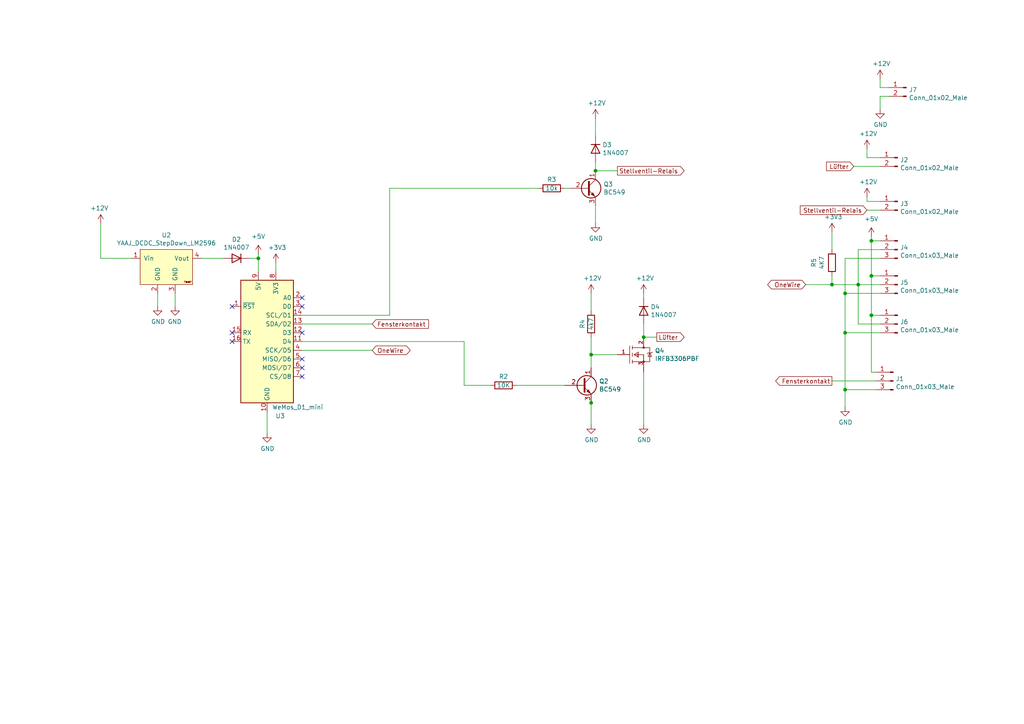
<source format=kicad_sch>
(kicad_sch (version 20230121) (generator eeschema)
  (paper "A4")
  (title_block (title "ESP8266 Thermostat") (date "2023-03-08") (rev "1.0") (comment 1 "Heizkörperthermostat für Smart Home"))
  (lib_symbols
    (symbol "Connector:Conn_01x02_Male" (pin_names (offset 1.016) hide)
      (property "Reference" "J" (at 0 2.54 0))
      (property "Value" "Conn_01x02_Male" (at 0 -5.08 0))
      (symbol "Conn_01x02_Male_1_1"
        (polyline (pts (xy 1.27 -2.54) (xy 0.8636 -2.54)) (stroke (width 0.1524)))
        (polyline (pts (xy 1.27 0) (xy 0.8636 0)) (stroke (width 0.1524)))
        (rectangle (start 0.8636 -2.413) (end 0 -2.667) (stroke (width 0.1524)) (fill (type outline)))
        (rectangle (start 0.8636 0.127) (end 0 -0.127) (stroke (width 0.1524)) (fill (type outline)))
        (pin passive line (at 5.08 0 180) (length 3.81) (name "Pin_1") (number "1"))
        (pin passive line (at 5.08 -2.54 180) (length 3.81) (name "Pin_2") (number "2"))
      )
    )
    (symbol "Connector:Conn_01x03_Male" (pin_names (offset 1.016) hide)
      (property "Reference" "J" (at 0 5.08 0))
      (property "Value" "Conn_01x03_Male" (at 0 -5.08 0))
      (symbol "Conn_01x03_Male_1_1"
        (polyline (pts (xy 1.27 -2.54) (xy 0.8636 -2.54)) (stroke (width 0.1524)))
        (polyline (pts (xy 1.27 0) (xy 0.8636 0)) (stroke (width 0.1524)))
        (polyline (pts (xy 1.27 2.54) (xy 0.8636 2.54)) (stroke (width 0.1524)))
        (rectangle (start 0.8636 -2.413) (end 0 -2.667) (stroke (width 0.1524)) (fill (type outline)))
        (rectangle (start 0.8636 0.127) (end 0 -0.127) (stroke (width 0.1524)) (fill (type outline)))
        (rectangle (start 0.8636 2.667) (end 0 2.413) (stroke (width 0.1524)) (fill (type outline)))
        (pin passive line (at 5.08 2.54 180) (length 3.81) (name "Pin_1") (number "1"))
        (pin passive line (at 5.08 0 180) (length 3.81) (name "Pin_2") (number "2"))
        (pin passive line (at 5.08 -2.54 180) (length 3.81) (name "Pin_3") (number "3"))
      )
    )
    (symbol "DCDC:YAAJ_DCDC_StepDown_LM2596" (pin_names (offset 1.016))
      (property "Reference" "U" (at -5.08 6.35 0))
      (property "Value" "YAAJ_DCDC_StepDown_LM2596" (at 0 11.43 0))
      (symbol "YAAJ_DCDC_StepDown_LM2596_0_1"
        (rectangle (start -7.62 5.08) (end 7.62 -5.08) (fill (type background)))
      )
      (symbol "YAAJ_DCDC_StepDown_LM2596_1_1"
        (text "Y@@V" (at 6.1976 -4.2672 0) (effects (font (size 0.508 0.508))))
        (pin power_in line (at -10.16 2.54 0) (length 2.54) (name "Vin") (number "1"))
        (pin power_in line (at -2.54 -7.62 90) (length 2.54) (name "GND") (number "2"))
        (pin power_in line (at 2.54 -7.62 90) (length 2.54) (name "GND") (number "3"))
        (pin power_out line (at 10.16 2.54 180) (length 2.54) (name "Vout") (number "4"))
      )
    )
    (symbol "Device:R" (pin_numbers hide) (pin_names (offset 0))
      (property "Reference" "R" (at 2.032 0 90))
      (property "Value" "R" (at 0 0 90))
      (symbol "R_0_1"
        (rectangle (start -1.016 -2.54) (end 1.016 2.54) (stroke (width 0.254)))
      )
      (symbol "R_1_1"
        (pin passive line (at 0 3.81 270) (length 1.27) (name "~") (number "1"))
        (pin passive line (at 0 -3.81 90) (length 1.27) (name "~") (number "2"))
      )
    )
    (symbol "Diode:1N4007" (pin_numbers hide) (pin_names (offset 1.016) hide)
      (property "Reference" "D" (at 0 2.54 0))
      (property "Value" "1N4007" (at 0 -2.54 0))
      (symbol "1N4007_0_1"
        (polyline (pts (xy -1.27 1.27) (xy -1.27 -1.27)) (stroke (width 0.254)))
        (polyline (pts (xy 1.27 0) (xy -1.27 0)))
        (polyline (pts (xy 1.27 1.27) (xy 1.27 -1.27) (xy -1.27 0) (xy 1.27 1.27)) (stroke (width 0.254)))
      )
      (symbol "1N4007_1_1"
        (pin passive line (at -3.81 0 0) (length 2.54) (name "K") (number "1"))
        (pin passive line (at 3.81 0 180) (length 2.54) (name "A") (number "2"))
      )
    )
    (symbol "MCU_Module:WeMos_D1_mini"
      (property "Reference" "U" (at 3.81 19.05 0))
      (property "Value" "WeMos_D1_mini" (at 1.27 -19.05 0))
      (symbol "WeMos_D1_mini_1_1"
        (rectangle (start -7.62 17.78) (end 7.62 -17.78) (stroke (width 0.254)) (fill (type background)))
        (pin input line (at -10.16 10.16 0) (length 2.54) (name "~{RST}") (number "1"))
        (pin power_in line (at 0 -20.32 90) (length 2.54) (name "GND") (number "10"))
        (pin bidirectional line (at 10.16 0 180) (length 2.54) (name "D4") (number "11"))
        (pin bidirectional line (at 10.16 2.54 180) (length 2.54) (name "D3") (number "12"))
        (pin bidirectional line (at 10.16 5.08 180) (length 2.54) (name "SDA/D2") (number "13"))
        (pin bidirectional line (at 10.16 7.62 180) (length 2.54) (name "SCL/D1") (number "14"))
        (pin input line (at -10.16 2.54 0) (length 2.54) (name "RX") (number "15"))
        (pin output line (at -10.16 0 0) (length 2.54) (name "TX") (number "16"))
        (pin input line (at 10.16 12.7 180) (length 2.54) (name "A0") (number "2"))
        (pin bidirectional line (at 10.16 10.16 180) (length 2.54) (name "D0") (number "3"))
        (pin bidirectional line (at 10.16 -2.54 180) (length 2.54) (name "SCK/D5") (number "4"))
        (pin bidirectional line (at 10.16 -5.08 180) (length 2.54) (name "MISO/D6") (number "5"))
        (pin bidirectional line (at 10.16 -7.62 180) (length 2.54) (name "MOSI/D7") (number "6"))
        (pin bidirectional line (at 10.16 -10.16 180) (length 2.54) (name "CS/D8") (number "7"))
        (pin power_out line (at 2.54 20.32 270) (length 2.54) (name "3V3") (number "8"))
        (pin power_in line (at -2.54 20.32 270) (length 2.54) (name "5V") (number "9"))
      )
    )
    (symbol "Transistor_BJT:BC549" (pin_names (offset 0) hide)
      (property "Reference" "Q" (at 5.08 1.905 0))
      (property "Value" "BC549" (at 5.08 0 0))
      (symbol "BC549_0_1"
        (polyline (pts (xy 0 0) (xy 0.635 0)))
        (polyline (pts (xy 0.635 0.635) (xy 2.54 2.54)))
        (polyline (pts (xy 0.635 -0.635) (xy 2.54 -2.54) (xy 2.54 -2.54)))
        (polyline (pts (xy 0.635 1.905) (xy 0.635 -1.905) (xy 0.635 -1.905)) (stroke (width 0.508)))
        (polyline (pts (xy 1.27 -1.778) (xy 1.778 -1.27) (xy 2.286 -2.286) (xy 1.27 -1.778) (xy 1.27 -1.778)) (fill (type outline)))
        (circle (center 1.27 0) (radius 2.8194) (stroke (width 0.254)))
      )
      (symbol "BC549_1_1"
        (pin passive line (at 2.54 5.08 270) (length 2.54) (name "C") (number "1"))
        (pin input line (at -5.08 0 0) (length 5.08) (name "B") (number "2"))
        (pin passive line (at 2.54 -5.08 90) (length 2.54) (name "E") (number "3"))
      )
    )
    (symbol "eec:IRFB3306PBF" (pin_names (offset 1.016))
      (property "Reference" "Q" (at 0 7.62 0))
      (property "Value" "eec_IRFB3306PBF" (at 0 10.16 0))
      (symbol "IRFB3306PBF_1_1"
        (polyline (pts (xy 6.096 -2.54) (xy 6.096 2.54)))
        (polyline (pts (xy 6.858 -2.032) (xy 10.16 -2.032)))
        (polyline (pts (xy 6.858 -1.524) (xy 6.858 -2.54)))
        (polyline (pts (xy 6.858 0.508) (xy 6.858 -0.508)))
        (polyline (pts (xy 6.858 1.524) (xy 6.858 2.54)))
        (polyline (pts (xy 6.858 2.032) (xy 10.16 2.032)))
        (polyline (pts (xy 7.366 0) (xy 8.636 -0.762)))
        (polyline (pts (xy 7.366 0) (xy 8.636 0.762)))
        (polyline (pts (xy 7.62 0) (xy 10.16 0)))
        (polyline (pts (xy 8.382 0.254) (xy 8.382 -0.508)))
        (polyline (pts (xy 8.636 0.762) (xy 8.636 -0.762)))
        (polyline (pts (xy 10.16 -2.032) (xy 11.938 -2.032)))
        (polyline (pts (xy 11.43 -0.508) (xy 12.446 -0.508)))
        (polyline (pts (xy 11.43 0.508) (xy 11.176 0.254)))
        (polyline (pts (xy 11.938 -2.032) (xy 11.938 2.032)))
        (polyline (pts (xy 11.938 0.508) (xy 11.43 -0.508)))
        (polyline (pts (xy 11.938 0.508) (xy 11.43 0.508)))
        (polyline (pts (xy 11.938 0.508) (xy 12.446 0.508)))
        (polyline (pts (xy 11.938 2.032) (xy 10.16 2.032)))
        (polyline (pts (xy 12.446 -0.508) (xy 11.938 0.508)))
        (polyline (pts (xy 12.446 0.508) (xy 12.7 0.762)))
        (circle (center 10.16 -2.032) (radius 0.254))
        (circle (center 10.16 2.032) (radius 0.254))
        (pin passive line (at 2.54 0 0) (length 3.556) (name "G") (number "1"))
        (pin passive line (at 10.16 5.08 270) (length 3.048) (name "D") (number "2"))
        (pin passive line (at 10.16 -5.08 90) (length 5.08) (name "S") (number "3"))
      )
    )
    (symbol "power:+12V" (power) (pin_names (offset 0))
      (property "Value" "+12V" (at 0 3.556 0))
      (symbol "+12V_0_1"
        (polyline (pts (xy -0.762 1.27) (xy 0 2.54)))
        (polyline (pts (xy 0 0) (xy 0 2.54)))
        (polyline (pts (xy 0 2.54) (xy 0.762 1.27)))
      )
      (symbol "+12V_1_1"
        (pin power_in line (at 0 0 90) (length 0) hide (name "+12V") (number "1"))
      )
    )
    (symbol "power:+3V3" (power) (pin_names (offset 0))
      (property "Value" "+3V3" (at 0 3.556 0))
      (symbol "+3V3_0_1"
        (polyline (pts (xy -0.762 1.27) (xy 0 2.54)))
        (polyline (pts (xy 0 0) (xy 0 2.54)))
        (polyline (pts (xy 0 2.54) (xy 0.762 1.27)))
      )
      (symbol "+3V3_1_1"
        (pin power_in line (at 0 0 90) (length 0) hide (name "+3V3") (number "1"))
      )
    )
    (symbol "power:+5V" (power) (pin_names (offset 0))
      (property "Value" "+5V" (at 0 3.556 0))
      (symbol "+5V_0_1"
        (polyline (pts (xy -0.762 1.27) (xy 0 2.54)))
        (polyline (pts (xy 0 0) (xy 0 2.54)))
        (polyline (pts (xy 0 2.54) (xy 0.762 1.27)))
      )
      (symbol "+5V_1_1"
        (pin power_in line (at 0 0 90) (length 0) hide (name "+5V") (number "1"))
      )
    )
    (symbol "power:GND" (power) (pin_names (offset 0))
      (property "Value" "GND" (at 0 -3.81 0))
      (symbol "GND_0_1"
        (polyline (pts (xy 0 0) (xy 0 -1.27) (xy 1.27 -1.27) (xy 0 -2.54) (xy -1.27 -1.27) (xy 0 -1.27)))
      )
      (symbol "GND_1_1"
        (pin power_in line (at 0 0 270) (length 0) hide (name "GND") (number "1"))
      )
    )
  )
  (junction (at 171.45 116.84))
  (junction (at 245.11 113.03))
  (junction (at 186.69 97.79))
  (junction (at 172.72 49.53))
  (junction (at 252.73 91.44))
  (junction (at 241.3 82.55))
  (junction (at 252.73 69.85))
  (junction (at 252.73 80.01))
  (junction (at 74.93 74.93))
  (junction (at 248.92 82.55))
  (junction (at 171.45 102.87))
  (junction (at 245.11 85.09))
  (junction (at 245.11 96.52))
  (no_connect (at 67.31 96.52))
  (no_connect (at 87.63 86.36))
  (no_connect (at 87.63 88.9))
  (no_connect (at 87.63 104.14))
  (no_connect (at 87.63 96.52))
  (no_connect (at 67.31 88.9))
  (no_connect (at 67.31 99.06))
  (no_connect (at 87.63 106.68))
  (no_connect (at 87.63 109.22))
  (wire (pts (xy 255.27 82.55) (xy 248.92 82.55)))
  (wire (pts (xy 113.03 54.61) (xy 156.21 54.61)))
  (wire (pts (xy 72.39 74.93) (xy 74.93 74.93)))
  (wire (pts (xy 113.03 91.44) (xy 113.03 54.61)))
  (wire (pts (xy 74.93 73.66) (xy 74.93 74.93)))
  (wire (pts (xy 255.27 25.4) (xy 255.27 22.86)))
  (wire (pts (xy 172.72 34.29) (xy 172.72 39.37)))
  (wire (pts (xy 252.73 107.95) (xy 252.73 91.44)))
  (wire (pts (xy 255.27 80.01) (xy 252.73 80.01)))
  (wire (pts (xy 248.92 93.98) (xy 255.27 93.98)))
  (wire (pts (xy 241.3 67.31) (xy 241.3 72.39)))
  (wire (pts (xy 251.46 58.42) (xy 251.46 57.15)))
  (wire (pts (xy 251.46 45.72) (xy 255.27 45.72)))
  (wire (pts (xy 50.8 85.09) (xy 50.8 88.9)))
  (wire (pts (xy 252.73 69.85) (xy 252.73 80.01)))
  (wire (pts (xy 87.63 91.44) (xy 113.03 91.44)))
  (wire (pts (xy 255.27 27.94) (xy 255.27 31.75)))
  (wire (pts (xy 255.27 72.39) (xy 248.92 72.39)))
  (wire (pts (xy 254 113.03) (xy 245.11 113.03)))
  (wire (pts (xy 255.27 85.09) (xy 245.11 85.09)))
  (wire (pts (xy 245.11 113.03) (xy 245.11 118.11)))
  (wire (pts (xy 245.11 96.52) (xy 245.11 113.03)))
  (wire (pts (xy 245.11 74.93) (xy 245.11 85.09)))
  (wire (pts (xy 74.93 74.93) (xy 74.93 78.74)))
  (wire (pts (xy 255.27 91.44) (xy 252.73 91.44)))
  (wire (pts (xy 241.3 82.55) (xy 248.92 82.55)))
  (wire (pts (xy 257.81 27.94) (xy 255.27 27.94)))
  (wire (pts (xy 171.45 102.87) (xy 171.45 106.68)))
  (wire (pts (xy 29.21 74.93) (xy 29.21 64.77)))
  (wire (pts (xy 179.07 49.53) (xy 172.72 49.53)))
  (wire (pts (xy 241.3 80.01) (xy 241.3 82.55)))
  (wire (pts (xy 149.86 111.76) (xy 163.83 111.76)))
  (wire (pts (xy 163.83 54.61) (xy 165.1 54.61)))
  (wire (pts (xy 134.62 99.06) (xy 134.62 111.76)))
  (wire (pts (xy 255.27 58.42) (xy 251.46 58.42)))
  (wire (pts (xy 58.42 74.93) (xy 64.77 74.93)))
  (wire (pts (xy 172.72 46.99) (xy 172.72 49.53)))
  (wire (pts (xy 255.27 74.93) (xy 245.11 74.93)))
  (wire (pts (xy 77.47 119.38) (xy 77.47 125.73)))
  (wire (pts (xy 248.92 72.39) (xy 248.92 82.55)))
  (wire (pts (xy 245.11 85.09) (xy 245.11 96.52)))
  (wire (pts (xy 254 107.95) (xy 252.73 107.95)))
  (wire (pts (xy 252.73 69.85) (xy 255.27 69.85)))
  (wire (pts (xy 171.45 97.79) (xy 171.45 102.87)))
  (wire (pts (xy 171.45 116.84) (xy 171.45 123.19)))
  (wire (pts (xy 186.69 93.98) (xy 186.69 97.79)))
  (wire (pts (xy 248.92 82.55) (xy 248.92 93.98)))
  (wire (pts (xy 80.01 78.74) (xy 80.01 76.2)))
  (wire (pts (xy 38.1 74.93) (xy 29.21 74.93)))
  (wire (pts (xy 87.63 93.98) (xy 107.95 93.98)))
  (wire (pts (xy 251.46 43.18) (xy 251.46 45.72)))
  (wire (pts (xy 247.65 48.26) (xy 255.27 48.26)))
  (wire (pts (xy 252.73 68.58) (xy 252.73 69.85)))
  (wire (pts (xy 241.3 110.49) (xy 254 110.49)))
  (wire (pts (xy 255.27 60.96) (xy 251.46 60.96)))
  (wire (pts (xy 255.27 96.52) (xy 245.11 96.52)))
  (wire (pts (xy 186.69 85.09) (xy 186.69 86.36)))
  (wire (pts (xy 172.72 59.69) (xy 172.72 64.77)))
  (wire (pts (xy 186.69 107.95) (xy 186.69 123.19)))
  (wire (pts (xy 87.63 99.06) (xy 134.62 99.06)))
  (wire (pts (xy 171.45 115.57) (xy 171.45 116.84)))
  (wire (pts (xy 45.72 88.9) (xy 45.72 85.09)))
  (wire (pts (xy 171.45 90.17) (xy 171.45 85.09)))
  (wire (pts (xy 134.62 111.76) (xy 142.24 111.76)))
  (wire (pts (xy 252.73 91.44) (xy 252.73 80.01)))
  (wire (pts (xy 257.81 25.4) (xy 255.27 25.4)))
  (wire (pts (xy 233.68 82.55) (xy 241.3 82.55)))
  (wire (pts (xy 179.07 102.87) (xy 171.45 102.87)))
  (wire (pts (xy 87.63 101.6) (xy 107.95 101.6)))
  (wire (pts (xy 190.5 97.79) (xy 186.69 97.79)))
  (global_label "Stellventil-Relais" (shape input) (at 251.46 60.96 180) (property "Intersheetrefs" "${INTERSHEET_REFS}" (effects hide)) (property "Referenzen zwischen Schaltplänen" "${INTERSHEET_REFS}" (effects hide)))
  (global_label "Lüfter" (shape output) (at 190.5 97.79 0) (property "Intersheetrefs" "${INTERSHEET_REFS}" (effects hide)) (property "Referenzen zwischen Schaltplänen" "${INTERSHEET_REFS}" (effects hide)))
  (global_label "OneWire" (shape bidirectional) (at 233.68 82.55 180) (property "Intersheetrefs" "${INTERSHEET_REFS}" (effects hide)) (property "Referenzen zwischen Schaltplänen" "${INTERSHEET_REFS}" (effects hide)))
  (global_label "OneWire" (shape bidirectional) (at 107.95 101.6 0) (property "Intersheetrefs" "${INTERSHEET_REFS}" (effects hide)) (property "Referenzen zwischen Schaltplänen" "${INTERSHEET_REFS}" (effects hide)))
  (global_label "Stellventil-Relais" (shape output) (at 179.07 49.53 0) (property "Intersheetrefs" "${INTERSHEET_REFS}" (effects hide)) (property "Referenzen zwischen Schaltplänen" "${INTERSHEET_REFS}" (effects hide)))
  (global_label "Fensterkontakt" (shape input) (at 107.95 93.98 0) (property "Intersheetrefs" "${INTERSHEET_REFS}" (effects hide)) (property "Referenzen zwischen Schaltplänen" "${INTERSHEET_REFS}" (effects hide)))
  (global_label "Lüfter" (shape input) (at 247.65 48.26 180) (property "Intersheetrefs" "${INTERSHEET_REFS}" (effects hide)) (property "Referenzen zwischen Schaltplänen" "${INTERSHEET_REFS}" (effects hide)))
  (global_label "Fensterkontakt" (shape output) (at 241.3 110.49 180) (property "Intersheetrefs" "${INTERSHEET_REFS}" (effects hide)) (property "Referenzen zwischen Schaltplänen" "${INTERSHEET_REFS}" (effects hide)))
  (symbol (lib_id "Transistor_BJT:BC549") (at 170.18 54.61 0) (unit 1)
    (property "Reference" "Q3" (at 175.0314 53.4416 0) (effects (justify left)))
    (property "Value" "BC549" (at 175.0314 55.753 0) (effects (justify left)))
    (property "Footprint" "Package_TO_SOT_THT:TO-92_Inline" (effects hide))
    (property "Datasheet" "http://www.fairchildsemi.com/ds/BC/BC547.pdf" (effects hide))
  )
  (symbol (lib_id "Transistor_BJT:BC549") (at 168.91 111.76 0) (unit 1)
    (property "Reference" "Q2" (at 173.7614 110.5916 0) (effects (justify left)))
    (property "Value" "BC549" (at 173.7614 112.903 0) (effects (justify left)))
    (property "Footprint" "Package_TO_SOT_THT:TO-92_Inline" (effects hide))
    (property "Datasheet" "http://www.fairchildsemi.com/ds/BC/BC547.pdf" (effects hide))
  )
  (symbol (lib_id "MCU_Module:WeMos_D1_mini") (at 77.47 99.06 0) (unit 1)
    (property "Reference" "U3" (at 81.28 120.65 0))
    (property "Value" "WeMos_D1_mini" (at 86.36 118.11 0))
    (property "Footprint" "Module:WEMOS_D1_mini_light" (effects hide))
    (property "Datasheet" "https://wiki.wemos.cc/products:d1:d1_mini#documentation" (effects hide))
  )
  (symbol (lib_id "Diode:1N4007") (at 172.72 43.18 270) (unit 1)
    (property "Reference" "D3" (at 174.7266 42.0116 90) (effects (justify left)))
    (property "Value" "1N4007" (at 174.7266 44.323 90) (effects (justify left)))
    (property "Footprint" "Diode_THT:D_DO-41_SOD81_P10.16mm_Horizontal" (effects hide))
    (property "Datasheet" "http://www.vishay.com/docs/88503/1n4001.pdf" (effects hide))
  )
  (symbol (lib_id "Diode:1N4007") (at 186.69 90.17 270) (unit 1)
    (property "Reference" "D4" (at 188.6966 89.0016 90) (effects (justify left)))
    (property "Value" "1N4007" (at 188.6966 91.313 90) (effects (justify left)))
    (property "Footprint" "Diode_THT:D_DO-41_SOD81_P10.16mm_Horizontal" (effects hide))
    (property "Datasheet" "http://www.vishay.com/docs/88503/1n4001.pdf" (effects hide))
  )
  (symbol (lib_id "Device:R") (at 146.05 111.76 270) (unit 1)
    (property "Reference" "R2" (at 146.05 109.22 90))
    (property "Value" "10K" (at 146.05 111.76 90))
    (property "Footprint" "Resistor_THT:R_Axial_DIN0207_L6.3mm_D2.5mm_P10.16mm_Horizontal" (effects hide))
  )
  (symbol (lib_id "eec:IRFB3306PBF") (at 176.53 102.87 0) (unit 1)
    (property "Reference" "Q4" (at 189.9412 101.7016 0) (effects (justify left)))
    (property "Value" "IRFB3306PBF" (at 189.9412 104.013 0) (effects (justify left)))
    (property "Footprint" "Transistor_IRF:Infineon_Technologies-PG-TO220-3-02_2008-904-MFG" (effects hide))
    (property "Datasheet" "https://www.infineon.com/dgdl/irfs3306pbf.pdf?fileId=5546d462533600a40153563682652165" (effects hide))
    (property "automotive" "No" (effects hide))
    (property "category" "Trans" (effects hide))
    (property "continuous drain current" "120A" (effects hide))
    (property "depletion mode" "False" (effects hide))
    (property "device class L1" "Discrete Semiconductors" (effects hide))
    (property "device class L2" "Transistors" (effects hide))
    (property "device class L3" "MOSFETs" (effects hide))
    (property "digikey description" "MOSFET N-CH 60V 120A TO-220AB" (effects hide))
    (property "digikey part number" "IRFB3306PBF-ND" (effects hide))
    (property "drain to source breakdown voltage" "60V" (effects hide))
    (property "drain to source resistance" "3.3mΩ" (effects hide))
    (property "drain to source voltage" "60V" (effects hide))
    (property "footprint url" "https://www.infineon.com/dgdl/po-to220ab-fp.pdf?fileId=5546d462580663ef0158068cfbee01be" (effects hide))
    (property "gate charge at vgs" "85nC @ 10V" (effects hide))
    (property "gate to source voltage" "20V" (effects hide))
    (property "height" "19.8mm" (effects hide))
    (property "input capacitace at vds" "4520pF @ 50V" (effects hide))
    (property "ipc land pattern name" "TO-220" (effects hide))
    (property "lead free" "Yes" (effects hide))
    (property "library id" "4f9c4ec106a930ef" (effects hide))
    (property "manufacturer" "Infineon Technologies" (effects hide))
    (property "max forward diode voltage" "1.3V" (effects hide))
    (property "max junction temp" "+175°C" (effects hide))
    (property "mouser part number" "942-IRFB3306PBF" (effects hide))
    (property "number of N channels" "1" (effects hide))
    (property "number of channels" "1" (effects hide))
    (property "package" "TO220AB" (effects hide))
    (property "power dissipation" "230W" (effects hide))
    (property "pulse drain current" "620A" (effects hide))
    (property "reverse recovery charge" "34nC" (effects hide))
    (property "reverse recovery time" "31ns" (effects hide))
    (property "rohs" "Yes" (effects hide))
    (property "rthja max" "62°C/W" (effects hide))
    (property "standoff height" "3.37mm" (effects hide))
    (property "temperature range high" "+175°C" (effects hide))
    (property "temperature range low" "-55°C" (effects hide))
    (property "threshold vgs max" "4V" (effects hide))
    (property "threshold vgs min" "2V" (effects hide))
    (property "turn off delay time" "40ns" (effects hide))
    (property "turn on delay time" "15ns" (effects hide))
  )
  (symbol (lib_id "DCDC:YAAJ_DCDC_StepDown_LM2596") (at 48.26 77.47 0) (unit 1)
    (property "Reference" "U2" (at 48.26 68.199 0))
    (property "Value" "YAAJ_DCDC_StepDown_LM2596" (at 48.26 70.5104 0))
    (property "Footprint" "Converter_DCDC_Add:YAAJ_DCDC_StepDown_LM2596" (effects hide))
  )
  (symbol (lib_id "Device:R") (at 160.02 54.61 270) (unit 1)
    (property "Reference" "R3" (at 160.02 52.07 90))
    (property "Value" "10k" (at 160.02 54.61 90))
    (property "Footprint" "Resistor_THT:R_Axial_DIN0207_L6.3mm_D2.5mm_P10.16mm_Horizontal" (effects hide))
  )
  (symbol (lib_id "Device:R") (at 171.45 93.98 0) (unit 1)
    (property "Reference" "R4" (at 168.91 93.98 90))
    (property "Value" "4k7" (at 171.45 93.98 90))
    (property "Footprint" "Resistor_THT:R_Axial_DIN0207_L6.3mm_D2.5mm_P10.16mm_Horizontal" (effects hide))
  )
  (symbol (lib_id "power:+12V") (at 171.45 85.09 0) (unit 1)
    (property "Reference" "#PWR07" (effects hide))
    (property "Value" "+12V" (at 171.831 80.6958 0))
  )
  (symbol (lib_id "power:+12V") (at 186.69 85.09 0) (unit 1)
    (property "Reference" "#PWR011" (effects hide))
    (property "Value" "+12V" (at 187.071 80.6958 0))
  )
  (symbol (lib_id "power:+12V") (at 251.46 43.18 0) (unit 1)
    (property "Reference" "#PWR014" (effects hide))
    (property "Value" "+12V" (at 251.841 38.7858 0))
  )
  (symbol (lib_id "power:+12V") (at 29.21 64.77 0) (mirror y) (unit 1)
    (property "Reference" "#PWR02" (effects hide))
    (property "Value" "+12V" (at 28.829 60.3758 0))
  )
  (symbol (lib_id "power:+12V") (at 172.72 34.29 0) (unit 1)
    (property "Reference" "#PWR09" (effects hide))
    (property "Value" "+12V" (at 173.101 29.8958 0))
  )
  (symbol (lib_id "power:+12V") (at 255.27 22.86 0) (unit 1)
    (property "Reference" "#PWR017" (effects hide))
    (property "Value" "+12V" (at 255.651 18.4658 0))
  )
  (symbol (lib_id "Diode:1N4007") (at 68.58 74.93 0) (mirror y) (unit 1)
    (property "Reference" "D2" (at 68.58 69.4436 0))
    (property "Value" "1N4007" (at 68.58 71.755 0))
    (property "Footprint" "Diode_THT:D_DO-41_SOD81_P10.16mm_Horizontal" (effects hide))
    (property "Datasheet" "http://www.vishay.com/docs/88503/1n4001.pdf" (effects hide))
  )
  (symbol (lib_id "power:GND") (at 50.8 88.9 0) (mirror y) (unit 1)
    (property "Reference" "#PWR04" (effects hide))
    (property "Value" "GND" (at 50.673 93.2942 0))
  )
  (symbol (lib_id "power:GND") (at 255.27 31.75 0) (unit 1)
    (property "Reference" "#PWR018" (effects hide))
    (property "Value" "GND" (at 255.397 36.1442 0))
  )
  (symbol (lib_id "power:GND") (at 45.72 88.9 0) (unit 1)
    (property "Reference" "#PWR03" (effects hide))
    (property "Value" "GND" (at 45.847 93.2942 0))
  )
  (symbol (lib_id "power:GND") (at 77.47 125.73 0) (unit 1)
    (property "Reference" "#PWR05" (effects hide))
    (property "Value" "GND" (at 77.597 130.1242 0))
  )
  (symbol (lib_id "power:GND") (at 172.72 64.77 0) (unit 1)
    (property "Reference" "#PWR010" (effects hide))
    (property "Value" "GND" (at 172.847 69.1642 0))
  )
  (symbol (lib_id "power:GND") (at 171.45 123.19 0) (unit 1)
    (property "Reference" "#PWR08" (effects hide))
    (property "Value" "GND" (at 171.577 127.5842 0))
  )
  (symbol (lib_id "power:GND") (at 186.69 123.19 0) (unit 1)
    (property "Reference" "#PWR012" (effects hide))
    (property "Value" "GND" (at 186.817 127.5842 0))
  )
  (symbol (lib_id "power:+12V") (at 251.46 57.15 0) (unit 1)
    (property "Reference" "#PWR015" (effects hide))
    (property "Value" "+12V" (at 251.841 52.7558 0))
  )
  (symbol (lib_id "power:+3V3") (at 241.3 67.31 0) (unit 1)
    (property "Reference" "#PWR016" (effects hide))
    (property "Value" "+3V3" (at 241.681 62.9158 0))
  )
  (symbol (lib_id "power:GND") (at 245.11 118.11 0) (unit 1)
    (property "Reference" "#PWR013" (effects hide))
    (property "Value" "GND" (at 245.237 122.5042 0))
  )
  (symbol (lib_id "Device:R") (at 241.3 76.2 0) (unit 1)
    (property "Reference" "R5" (at 236.0422 76.2 90))
    (property "Value" "4K7" (at 238.3536 76.2 90))
    (property "Footprint" "Resistor_THT:R_Axial_DIN0207_L6.3mm_D2.5mm_P10.16mm_Horizontal" (effects hide))
  )
  (symbol (lib_id "power:+3V3") (at 80.01 76.2 0) (unit 1)
    (property "Reference" "#PWR06" (effects hide))
    (property "Value" "+3V3" (at 80.391 71.8058 0))
  )
  (symbol (lib_id "Connector:Conn_01x02_Male") (at 262.89 25.4 0) (mirror y) (unit 1)
    (property "Reference" "J7" (at 263.6012 26.0604 0) (effects (justify right)))
    (property "Value" "Conn_01x02_Male" (at 263.6012 28.3718 0) (effects (justify right)))
    (property "Footprint" "Connector_PinHeader_2.54mm:PinHeader_1x02_P2.54mm_Vertical" (effects hide))
  )
  (symbol (lib_id "Connector:Conn_01x02_Male") (at 260.35 45.72 0) (mirror y) (unit 1)
    (property "Reference" "J2" (at 261.0612 46.3804 0) (effects (justify right)))
    (property "Value" "Conn_01x02_Male" (at 261.0612 48.6918 0) (effects (justify right)))
    (property "Footprint" "Connector_PinHeader_2.54mm:PinHeader_1x02_P2.54mm_Vertical" (effects hide))
  )
  (symbol (lib_id "Connector:Conn_01x02_Male") (at 260.35 58.42 0) (mirror y) (unit 1)
    (property "Reference" "J3" (at 261.0612 59.0804 0) (effects (justify right)))
    (property "Value" "Conn_01x02_Male" (at 261.0612 61.3918 0) (effects (justify right)))
    (property "Footprint" "Connector_PinHeader_2.54mm:PinHeader_1x02_P2.54mm_Vertical" (effects hide))
  )
  (symbol (lib_id "Connector:Conn_01x03_Male") (at 260.35 72.39 0) (mirror y) (unit 1)
    (property "Reference" "J4" (at 261.0612 71.7804 0) (effects (justify right)))
    (property "Value" "Conn_01x03_Male" (at 261.0612 74.0918 0) (effects (justify right)))
    (property "Footprint" "Connector_PinHeader_2.54mm:PinHeader_1x03_P2.54mm_Vertical" (effects hide))
  )
  (symbol (lib_id "Connector:Conn_01x03_Male") (at 260.35 82.55 0) (mirror y) (unit 1)
    (property "Reference" "J5" (at 261.0612 81.9404 0) (effects (justify right)))
    (property "Value" "Conn_01x03_Male" (at 261.0612 84.2518 0) (effects (justify right)))
    (property "Footprint" "Connector_PinHeader_2.54mm:PinHeader_1x03_P2.54mm_Vertical" (effects hide))
  )
  (symbol (lib_id "Connector:Conn_01x03_Male") (at 260.35 93.98 0) (mirror y) (unit 1)
    (property "Reference" "J6" (at 261.0612 93.3704 0) (effects (justify right)))
    (property "Value" "Conn_01x03_Male" (at 261.0612 95.6818 0) (effects (justify right)))
    (property "Footprint" "Connector_PinHeader_2.54mm:PinHeader_1x03_P2.54mm_Vertical" (effects hide))
  )
  (symbol (lib_id "Connector:Conn_01x03_Male") (at 259.08 110.49 0) (mirror y) (unit 1)
    (property "Reference" "J1" (at 259.7912 109.8804 0) (effects (justify right)))
    (property "Value" "Conn_01x03_Male" (at 259.7912 112.1918 0) (effects (justify right)))
    (property "Footprint" "Connector_PinHeader_2.54mm:PinHeader_1x03_P2.54mm_Vertical" (effects hide))
  )
  (symbol (lib_id "power:+5V") (at 252.73 68.58 0) (unit 1)
    (property "Reference" "#PWR019" (effects hide))
    (property "Value" "+5V" (at 252.73 63.5 0))
  )
  (symbol (lib_id "power:+5V") (at 74.93 73.66 0) (unit 1)
    (property "Reference" "#PWR01" (effects hide))
    (property "Value" "+5V" (at 74.93 68.58 0))
  )
)
</source>
